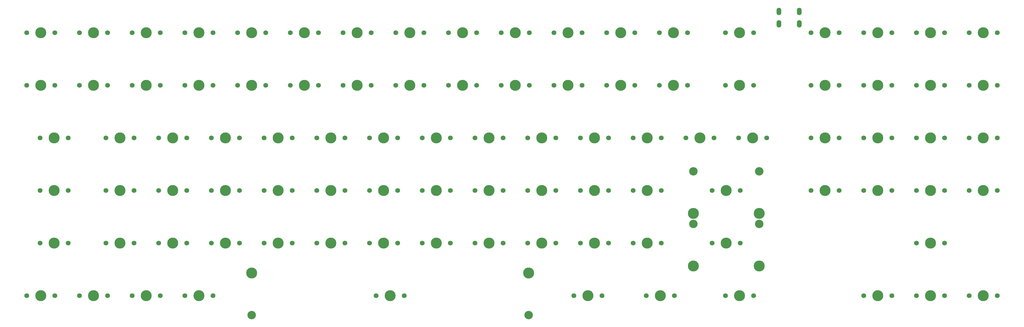
<source format=gts>
%TF.GenerationSoftware,KiCad,Pcbnew,(5.1.9)-1*%
%TF.CreationDate,2021-04-11T04:13:24-04:00*%
%TF.ProjectId,Progenitor-Tenkey,50726f67-656e-4697-946f-722d54656e6b,rev?*%
%TF.SameCoordinates,Original*%
%TF.FileFunction,Soldermask,Top*%
%TF.FilePolarity,Negative*%
%FSLAX46Y46*%
G04 Gerber Fmt 4.6, Leading zero omitted, Abs format (unit mm)*
G04 Created by KiCad (PCBNEW (5.1.9)-1) date 2021-04-11 04:13:24*
%MOMM*%
%LPD*%
G01*
G04 APERTURE LIST*
%ADD10O,1.700000X2.700000*%
%ADD11C,3.987800*%
%ADD12C,1.750000*%
%ADD13C,3.048000*%
G04 APERTURE END LIST*
D10*
%TO.C,USB1*%
X356395000Y-232791000D03*
X363695000Y-232791000D03*
X363695000Y-237291000D03*
X356395000Y-237291000D03*
%TD*%
D11*
%TO.C,MX-RAL1*%
X287337500Y-335756250D03*
D12*
X282257500Y-335756250D03*
X292417500Y-335756250D03*
%TD*%
D11*
%TO.C,MX-RCT1*%
X342106250Y-335756250D03*
D12*
X337026250Y-335756250D03*
X347186250Y-335756250D03*
%TD*%
D11*
%TO.C,MX-F13*%
X175418750Y-297656250D03*
D12*
X170338750Y-297656250D03*
X180498750Y-297656250D03*
%TD*%
D11*
%TO.C,MX-Z1*%
X118268750Y-316706250D03*
D12*
X113188750Y-316706250D03*
X123348750Y-316706250D03*
%TD*%
D11*
%TO.C,MX-Y1*%
X213518750Y-278606250D03*
D12*
X208438750Y-278606250D03*
X218598750Y-278606250D03*
%TD*%
D11*
%TO.C,MX-X1*%
X137318750Y-316706250D03*
D12*
X132238750Y-316706250D03*
X142398750Y-316706250D03*
%TD*%
D11*
%TO.C,MX-WIN1*%
X127793750Y-335756250D03*
D12*
X122713750Y-335756250D03*
X132873750Y-335756250D03*
%TD*%
D11*
%TO.C,MX-W1*%
X137318750Y-278606250D03*
D12*
X132238750Y-278606250D03*
X142398750Y-278606250D03*
%TD*%
D11*
%TO.C,MX-V1*%
X175418750Y-316706250D03*
D12*
X170338750Y-316706250D03*
X180498750Y-316706250D03*
%TD*%
D11*
%TO.C,MX-UAR1*%
X411162500Y-316706250D03*
D12*
X406082500Y-316706250D03*
X416242500Y-316706250D03*
%TD*%
D11*
%TO.C,MX-U1*%
X232568750Y-278606250D03*
D12*
X227488750Y-278606250D03*
X237648750Y-278606250D03*
%TD*%
D11*
%TO.C,MX-TIL1*%
X89693750Y-259556250D03*
D12*
X84613750Y-259556250D03*
X94773750Y-259556250D03*
%TD*%
D11*
%TO.C,MX-TAB1*%
X94456250Y-278606250D03*
D12*
X89376250Y-278606250D03*
X99536250Y-278606250D03*
%TD*%
D11*
%TO.C,MX-T1*%
X194468750Y-278606250D03*
D12*
X189388750Y-278606250D03*
X199548750Y-278606250D03*
%TD*%
D11*
%TO.C,MX-SPA1*%
X215900000Y-335756250D03*
D12*
X210820000Y-335756250D03*
X220980000Y-335756250D03*
D13*
X165900100Y-342741250D03*
X265899900Y-342741250D03*
D11*
X165900100Y-327501250D03*
X265899900Y-327501250D03*
%TD*%
%TO.C,MX-S1*%
X137318750Y-297656250D03*
D12*
X132238750Y-297656250D03*
X142398750Y-297656250D03*
%TD*%
D11*
%TO.C,MX-RSH1*%
X337343750Y-316706250D03*
D12*
X332263750Y-316706250D03*
X342423750Y-316706250D03*
D13*
X325437500Y-309721250D03*
X349250000Y-309721250D03*
D11*
X325437500Y-324961250D03*
X349250000Y-324961250D03*
%TD*%
%TO.C,MX-RBR1*%
X327818750Y-278606250D03*
D12*
X322738750Y-278606250D03*
X332898750Y-278606250D03*
%TD*%
D11*
%TO.C,MX-RAR1*%
X430212500Y-335756250D03*
D12*
X425132500Y-335756250D03*
X435292500Y-335756250D03*
%TD*%
D11*
%TO.C,MX-R1*%
X175418750Y-278606250D03*
D12*
X170338750Y-278606250D03*
X180498750Y-278606250D03*
%TD*%
D11*
%TO.C,MX-QUO1*%
X308768750Y-297656250D03*
D12*
X303688750Y-297656250D03*
X313848750Y-297656250D03*
%TD*%
D11*
%TO.C,MX-QUE1*%
X289718750Y-316706250D03*
D12*
X284638750Y-316706250D03*
X294798750Y-316706250D03*
%TD*%
D11*
%TO.C,MX-Q1*%
X118268750Y-278606250D03*
D12*
X113188750Y-278606250D03*
X123348750Y-278606250D03*
%TD*%
D11*
%TO.C,MX-PRT1*%
X313531250Y-335756250D03*
D12*
X308451250Y-335756250D03*
X318611250Y-335756250D03*
%TD*%
D11*
%TO.C,MX-PLU1*%
X318293750Y-259556250D03*
D12*
X313213750Y-259556250D03*
X323373750Y-259556250D03*
%TD*%
D11*
%TO.C,MX-P1*%
X289718750Y-278606250D03*
D12*
X284638750Y-278606250D03*
X294798750Y-278606250D03*
%TD*%
D11*
%TO.C,MX-O1*%
X270668750Y-278606250D03*
D12*
X265588750Y-278606250D03*
X275748750Y-278606250D03*
%TD*%
D11*
%TO.C,MX-NUM1*%
X373062500Y-297656250D03*
D12*
X367982500Y-297656250D03*
X378142500Y-297656250D03*
%TD*%
D11*
%TO.C,MX-NSL1*%
X430212500Y-240506250D03*
D12*
X425132500Y-240506250D03*
X435292500Y-240506250D03*
%TD*%
D11*
%TO.C,MX-NPL1*%
X430212500Y-297656250D03*
D12*
X425132500Y-297656250D03*
X435292500Y-297656250D03*
%TD*%
D11*
%TO.C,MX-NDE1*%
X411162500Y-297656250D03*
D12*
X406082500Y-297656250D03*
X416242500Y-297656250D03*
%TD*%
D11*
%TO.C,MX-NDA1*%
X430212500Y-278606250D03*
D12*
X425132500Y-278606250D03*
X435292500Y-278606250D03*
%TD*%
D11*
%TO.C,MX-NAS1*%
X430212500Y-259556250D03*
D12*
X425132500Y-259556250D03*
X435292500Y-259556250D03*
%TD*%
D11*
%TO.C,MX-N10*%
X213518750Y-316706250D03*
D12*
X208438750Y-316706250D03*
X218598750Y-316706250D03*
%TD*%
D11*
%TO.C,MX-N9*%
X411162500Y-240506250D03*
D12*
X406082500Y-240506250D03*
X416242500Y-240506250D03*
%TD*%
D11*
%TO.C,MX-N8*%
X392112500Y-240506250D03*
D12*
X387032500Y-240506250D03*
X397192500Y-240506250D03*
%TD*%
D11*
%TO.C,MX-N7*%
X373062500Y-240506250D03*
D12*
X367982500Y-240506250D03*
X378142500Y-240506250D03*
%TD*%
D11*
%TO.C,MX-N6*%
X411162500Y-259556250D03*
D12*
X406082500Y-259556250D03*
X416242500Y-259556250D03*
%TD*%
D11*
%TO.C,MX-N5*%
X392112500Y-259556250D03*
D12*
X387032500Y-259556250D03*
X397192500Y-259556250D03*
%TD*%
D11*
%TO.C,MX-N4*%
X373062500Y-259556250D03*
D12*
X367982500Y-259556250D03*
X378142500Y-259556250D03*
%TD*%
D11*
%TO.C,MX-N3*%
X411162500Y-278606250D03*
D12*
X406082500Y-278606250D03*
X416242500Y-278606250D03*
%TD*%
D11*
%TO.C,MX-N2*%
X392112500Y-278606250D03*
D12*
X387032500Y-278606250D03*
X397192500Y-278606250D03*
%TD*%
D11*
%TO.C,MX-N1*%
X373062500Y-278606250D03*
D12*
X367982500Y-278606250D03*
X378142500Y-278606250D03*
%TD*%
D11*
%TO.C,MX-N0*%
X392112500Y-297656250D03*
D12*
X387032500Y-297656250D03*
X397192500Y-297656250D03*
%TD*%
D11*
%TO.C,MX-M1*%
X232568750Y-316706250D03*
D12*
X227488750Y-316706250D03*
X237648750Y-316706250D03*
%TD*%
D11*
%TO.C,MX-LSH1*%
X94456250Y-316706250D03*
D12*
X89376250Y-316706250D03*
X99536250Y-316706250D03*
%TD*%
D11*
%TO.C,MX-LFN1*%
X108743750Y-335756250D03*
D12*
X103663750Y-335756250D03*
X113823750Y-335756250D03*
%TD*%
D11*
%TO.C,MX-LES1*%
X251618750Y-316706250D03*
D12*
X246538750Y-316706250D03*
X256698750Y-316706250D03*
%TD*%
D11*
%TO.C,MX-LCT1*%
X89693750Y-335756250D03*
D12*
X84613750Y-335756250D03*
X94773750Y-335756250D03*
%TD*%
D11*
%TO.C,MX-LBR1*%
X308768750Y-278606250D03*
D12*
X303688750Y-278606250D03*
X313848750Y-278606250D03*
%TD*%
D11*
%TO.C,MX-LAR1*%
X392112500Y-335756250D03*
D12*
X387032500Y-335756250D03*
X397192500Y-335756250D03*
%TD*%
D11*
%TO.C,MX-LAL1*%
X146843750Y-335756250D03*
D12*
X141763750Y-335756250D03*
X151923750Y-335756250D03*
%TD*%
D11*
%TO.C,MX-L1*%
X270668750Y-297656250D03*
D12*
X265588750Y-297656250D03*
X275748750Y-297656250D03*
%TD*%
D11*
%TO.C,MX-K1*%
X251618750Y-297656250D03*
D12*
X246538750Y-297656250D03*
X256698750Y-297656250D03*
%TD*%
D11*
%TO.C,MX-J1*%
X232568750Y-297656250D03*
D12*
X227488750Y-297656250D03*
X237648750Y-297656250D03*
%TD*%
D11*
%TO.C,MX-I1*%
X251618750Y-278606250D03*
D12*
X246538750Y-278606250D03*
X256698750Y-278606250D03*
%TD*%
D11*
%TO.C,MX-H1*%
X213518750Y-297656250D03*
D12*
X208438750Y-297656250D03*
X218598750Y-297656250D03*
%TD*%
D11*
%TO.C,MX-GRE1*%
X270668750Y-316706250D03*
D12*
X265588750Y-316706250D03*
X275748750Y-316706250D03*
%TD*%
D11*
%TO.C,MX-G1*%
X194468750Y-297656250D03*
D12*
X189388750Y-297656250D03*
X199548750Y-297656250D03*
%TD*%
D11*
%TO.C,MX-FSL1*%
X346868750Y-278606250D03*
D12*
X341788750Y-278606250D03*
X351948750Y-278606250D03*
%TD*%
D11*
%TO.C,MX-F12*%
X318293750Y-240506250D03*
D12*
X313213750Y-240506250D03*
X323373750Y-240506250D03*
%TD*%
D11*
%TO.C,MX-F11*%
X299243750Y-240506250D03*
D12*
X294163750Y-240506250D03*
X304323750Y-240506250D03*
%TD*%
D11*
%TO.C,MX-F10*%
X280193750Y-240506250D03*
D12*
X275113750Y-240506250D03*
X285273750Y-240506250D03*
%TD*%
D11*
%TO.C,MX-F9*%
X261143750Y-240506250D03*
D12*
X256063750Y-240506250D03*
X266223750Y-240506250D03*
%TD*%
D11*
%TO.C,MX-F8*%
X242093750Y-240506250D03*
D12*
X237013750Y-240506250D03*
X247173750Y-240506250D03*
%TD*%
D11*
%TO.C,MX-F7*%
X223043750Y-240506250D03*
D12*
X217963750Y-240506250D03*
X228123750Y-240506250D03*
%TD*%
D11*
%TO.C,MX-F6*%
X203993750Y-240506250D03*
D12*
X198913750Y-240506250D03*
X209073750Y-240506250D03*
%TD*%
D11*
%TO.C,MX-F5*%
X184943750Y-240506250D03*
D12*
X179863750Y-240506250D03*
X190023750Y-240506250D03*
%TD*%
D11*
%TO.C,MX-F4*%
X165893750Y-240506250D03*
D12*
X160813750Y-240506250D03*
X170973750Y-240506250D03*
%TD*%
D11*
%TO.C,MX-F3*%
X146843750Y-240506250D03*
D12*
X141763750Y-240506250D03*
X151923750Y-240506250D03*
%TD*%
D11*
%TO.C,MX-F2*%
X127793750Y-240506250D03*
D12*
X122713750Y-240506250D03*
X132873750Y-240506250D03*
%TD*%
D11*
%TO.C,MX-F1*%
X108743750Y-240506250D03*
D12*
X103663750Y-240506250D03*
X113823750Y-240506250D03*
%TD*%
D11*
%TO.C,MX-ESC1*%
X89693750Y-240506250D03*
D12*
X84613750Y-240506250D03*
X94773750Y-240506250D03*
%TD*%
D11*
%TO.C,MX-ENT1*%
X337343750Y-297656250D03*
D12*
X332263750Y-297656250D03*
X342423750Y-297656250D03*
D13*
X325437500Y-290671250D03*
X349250000Y-290671250D03*
D11*
X325437500Y-305911250D03*
X349250000Y-305911250D03*
%TD*%
%TO.C,MX-E1*%
X156368750Y-278606250D03*
D12*
X151288750Y-278606250D03*
X161448750Y-278606250D03*
%TD*%
D11*
%TO.C,MX-DEL1*%
X342106250Y-240506250D03*
D12*
X337026250Y-240506250D03*
X347186250Y-240506250D03*
%TD*%
D11*
%TO.C,MX-DAS1*%
X299243750Y-259556250D03*
D12*
X294163750Y-259556250D03*
X304323750Y-259556250D03*
%TD*%
D11*
%TO.C,MX-DAR1*%
X411162500Y-335756250D03*
D12*
X406082500Y-335756250D03*
X416242500Y-335756250D03*
%TD*%
D11*
%TO.C,MX-D1*%
X156368750Y-297656250D03*
D12*
X151288750Y-297656250D03*
X161448750Y-297656250D03*
%TD*%
D11*
%TO.C,MX-CUR1*%
X308768750Y-316706250D03*
D12*
X303688750Y-316706250D03*
X313848750Y-316706250D03*
%TD*%
D11*
%TO.C,MX-COL1*%
X289718750Y-297656250D03*
D12*
X284638750Y-297656250D03*
X294798750Y-297656250D03*
%TD*%
D11*
%TO.C,MX-CAP1*%
X94456250Y-297656250D03*
D12*
X89376250Y-297656250D03*
X99536250Y-297656250D03*
%TD*%
D11*
%TO.C,MX-C1*%
X156368750Y-316706250D03*
D12*
X151288750Y-316706250D03*
X161448750Y-316706250D03*
%TD*%
D11*
%TO.C,MX-BAC1*%
X342106250Y-259556250D03*
D12*
X337026250Y-259556250D03*
X347186250Y-259556250D03*
%TD*%
D11*
%TO.C,MX-B1*%
X194468750Y-316706250D03*
D12*
X189388750Y-316706250D03*
X199548750Y-316706250D03*
%TD*%
D11*
%TO.C,MX-A1*%
X118268750Y-297656250D03*
D12*
X113188750Y-297656250D03*
X123348750Y-297656250D03*
%TD*%
D11*
%TO.C,MX-9*%
X261143750Y-259556250D03*
D12*
X256063750Y-259556250D03*
X266223750Y-259556250D03*
%TD*%
D11*
%TO.C,MX-8*%
X242093750Y-259556250D03*
D12*
X237013750Y-259556250D03*
X247173750Y-259556250D03*
%TD*%
D11*
%TO.C,MX-7*%
X223043750Y-259556250D03*
D12*
X217963750Y-259556250D03*
X228123750Y-259556250D03*
%TD*%
D11*
%TO.C,MX-6*%
X203993750Y-259556250D03*
D12*
X198913750Y-259556250D03*
X209073750Y-259556250D03*
%TD*%
D11*
%TO.C,MX-5*%
X184943750Y-259556250D03*
D12*
X179863750Y-259556250D03*
X190023750Y-259556250D03*
%TD*%
D11*
%TO.C,MX-4*%
X165893750Y-259556250D03*
D12*
X160813750Y-259556250D03*
X170973750Y-259556250D03*
%TD*%
D11*
%TO.C,MX-3*%
X146843750Y-259556250D03*
D12*
X141763750Y-259556250D03*
X151923750Y-259556250D03*
%TD*%
D11*
%TO.C,MX-2*%
X127793750Y-259556250D03*
D12*
X122713750Y-259556250D03*
X132873750Y-259556250D03*
%TD*%
D11*
%TO.C,MX-1*%
X108743750Y-259556250D03*
D12*
X103663750Y-259556250D03*
X113823750Y-259556250D03*
%TD*%
D11*
%TO.C,MX-0*%
X280193750Y-259556250D03*
D12*
X275113750Y-259556250D03*
X285273750Y-259556250D03*
%TD*%
M02*

</source>
